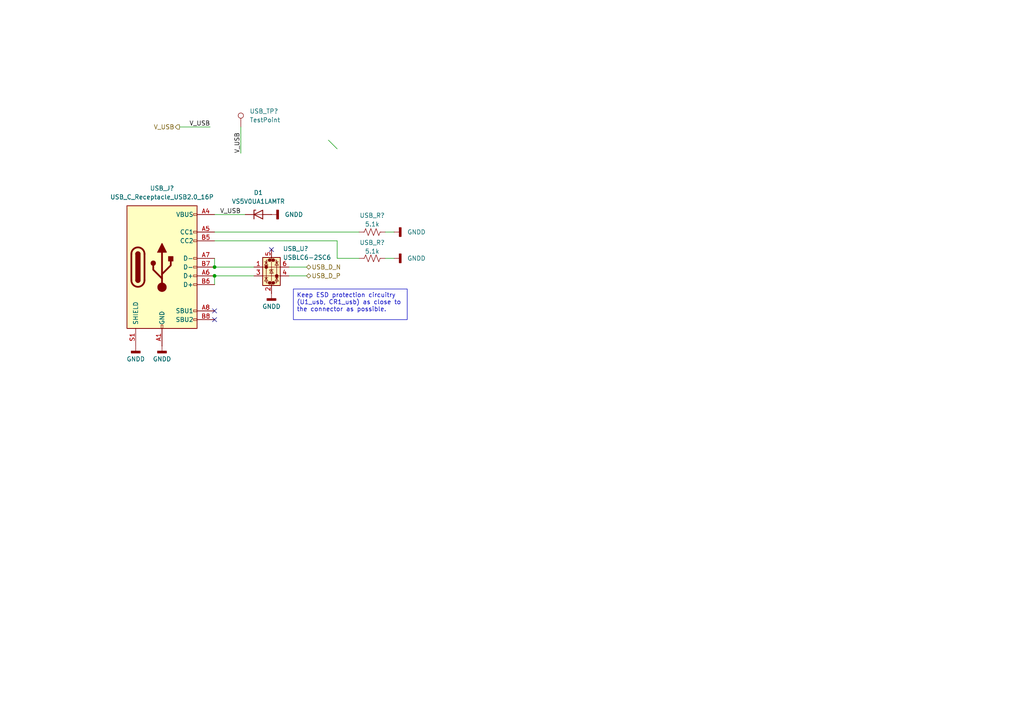
<source format=kicad_sch>
(kicad_sch (version 20250114) (generator "eeschema") (generator_version "9.0")
  (paper "A4")
  (lib_symbols
    (symbol "Connector:TestPoint" (pin_numbers (hide yes)) (pin_names (offset 0.762) (hide yes))
      (property "Reference" "TP" (at 0 6.858 0))
      (property "Value" "TestPoint" (at 0 5.08 0))
      (symbol "TestPoint_0_1"
        (circle (center 0 3.302) (radius 0.762))
      )
      (symbol "TestPoint_1_1"
        (pin passive line (at 0 0 90) (length 2.54) (name "1") (number "1"))
      )
    )
    (symbol "Connector:USB_C_Receptacle_USB2.0_16P" (pin_names (offset 1.016))
      (property "Reference" "J" (at 0 22.225 0))
      (property "Value" "USB_C_Receptacle_USB2.0_16P" (at 0 19.685 0))
      (symbol "USB_C_Receptacle_USB2.0_16P_0_0"
        (rectangle (start -0.254 -17.78) (end 0.254 -16.764))
        (rectangle (start 10.16 15.494) (end 9.144 14.986))
        (rectangle (start 10.16 10.414) (end 9.144 9.906))
        (rectangle (start 10.16 7.874) (end 9.144 7.366))
        (rectangle (start 10.16 2.794) (end 9.144 2.286))
        (rectangle (start 10.16 0.254) (end 9.144 -0.254))
        (rectangle (start 10.16 -2.286) (end 9.144 -2.794))
        (rectangle (start 10.16 -4.826) (end 9.144 -5.334))
        (rectangle (start 10.16 -12.446) (end 9.144 -12.954))
        (rectangle (start 10.16 -14.986) (end 9.144 -15.494))
      )
      (symbol "USB_C_Receptacle_USB2.0_16P_0_1"
        (rectangle (start -10.16 17.78) (end 10.16 -17.78) (stroke (width 0.254)) (fill (type background)))
        (polyline (pts (xy -8.89 -3.81) (xy -8.89 3.81)) (stroke (width 0.508)))
        (rectangle (start -7.62 -3.81) (end -6.35 3.81) (stroke (width 0.254)) (fill (type outline)))
        (arc (start -7.62 3.81) (mid -6.985 4.4423) (end -6.35 3.81) (stroke (width 0.254)))
        (arc (start -7.62 3.81) (mid -6.985 4.4423) (end -6.35 3.81) (stroke (width 0.254)) (fill (type outline)))
        (arc (start -8.89 3.81) (mid -6.985 5.7067) (end -5.08 3.81) (stroke (width 0.508)))
        (arc (start -5.08 -3.81) (mid -6.985 -5.7067) (end -8.89 -3.81) (stroke (width 0.508)))
        (arc (start -6.35 -3.81) (mid -6.985 -4.4423) (end -7.62 -3.81) (stroke (width 0.254)))
        (arc (start -6.35 -3.81) (mid -6.985 -4.4423) (end -7.62 -3.81) (stroke (width 0.254)) (fill (type outline)))
        (polyline (pts (xy -5.08 3.81) (xy -5.08 -3.81)) (stroke (width 0.508)))
        (circle (center -2.54 1.143) (radius 0.635) (stroke (width 0.254)) (fill (type outline)))
        (polyline (pts (xy -1.27 4.318) (xy 0 6.858) (xy 1.27 4.318) (xy -1.27 4.318)) (stroke (width 0.254)) (fill (type outline)))
        (polyline (pts (xy 0 -2.032) (xy 2.54 0.508) (xy 2.54 1.778)) (stroke (width 0.508)))
        (polyline (pts (xy 0 -3.302) (xy -2.54 -0.762) (xy -2.54 0.508)) (stroke (width 0.508)))
        (polyline (pts (xy 0 -5.842) (xy 0 4.318)) (stroke (width 0.508)))
        (circle (center 0 -5.842) (radius 1.27) (fill (type outline)))
        (rectangle (start 1.905 1.778) (end 3.175 3.048) (stroke (width 0.254)) (fill (type outline)))
      )
      (symbol "USB_C_Receptacle_USB2.0_16P_1_1"
        (pin passive line (at -7.62 -22.86 90) (length 5.08) (name "SHIELD") (number "S1"))
        (pin passive line (at 0 -22.86 90) (length 5.08) (name "GND") (number "A1"))
        (pin passive line (at 0 -22.86 90) (length 5.08) (hide yes) (name "GND") (number "A12"))
        (pin passive line (at 0 -22.86 90) (length 5.08) (hide yes) (name "GND") (number "B1"))
        (pin passive line (at 0 -22.86 90) (length 5.08) (hide yes) (name "GND") (number "B12"))
        (pin passive line (at 15.24 15.24 180) (length 5.08) (name "VBUS") (number "A4"))
        (pin passive line (at 15.24 15.24 180) (length 5.08) (hide yes) (name "VBUS") (number "A9"))
        (pin passive line (at 15.24 15.24 180) (length 5.08) (hide yes) (name "VBUS") (number "B4"))
        (pin passive line (at 15.24 15.24 180) (length 5.08) (hide yes) (name "VBUS") (number "B9"))
        (pin bidirectional line (at 15.24 10.16 180) (length 5.08) (name "CC1") (number "A5"))
        (pin bidirectional line (at 15.24 7.62 180) (length 5.08) (name "CC2") (number "B5"))
        (pin bidirectional line (at 15.24 2.54 180) (length 5.08) (name "D-") (number "A7"))
        (pin bidirectional line (at 15.24 0 180) (length 5.08) (name "D-") (number "B7"))
        (pin bidirectional line (at 15.24 -2.54 180) (length 5.08) (name "D+") (number "A6"))
        (pin bidirectional line (at 15.24 -5.08 180) (length 5.08) (name "D+") (number "B6"))
        (pin bidirectional line (at 15.24 -12.7 180) (length 5.08) (name "SBU1") (number "A8"))
        (pin bidirectional line (at 15.24 -15.24 180) (length 5.08) (name "SBU2") (number "B8"))
      )
    )
    (symbol "Device:D_Zener" (pin_numbers (hide yes)) (pin_names (offset 1.016) (hide yes))
      (property "Reference" "D" (at 0 2.54 0))
      (property "Value" "D_Zener" (at 0 -2.54 0))
      (symbol "D_Zener_0_1"
        (polyline (pts (xy -1.27 -1.27) (xy -1.27 1.27) (xy -0.762 1.27)) (stroke (width 0.254)))
        (polyline (pts (xy 1.27 0) (xy -1.27 0)))
        (polyline (pts (xy 1.27 -1.27) (xy 1.27 1.27) (xy -1.27 0) (xy 1.27 -1.27)) (stroke (width 0.254)))
      )
      (symbol "D_Zener_1_1"
        (pin passive line (at -3.81 0 0) (length 2.54) (name "K") (number "1"))
        (pin passive line (at 3.81 0 180) (length 2.54) (name "A") (number "2"))
      )
    )
    (symbol "Device:R_US" (pin_numbers (hide yes)) (pin_names (offset 0))
      (property "Reference" "R" (at 2.54 0 90))
      (property "Value" "R_US" (at -2.54 0 90))
      (symbol "R_US_0_1"
        (polyline (pts (xy 0 2.286) (xy 0 2.54)))
        (polyline (pts (xy 0 2.286) (xy 1.016 1.905) (xy 0 1.524) (xy -1.016 1.143) (xy 0 0.762)))
        (polyline (pts (xy 0 0.762) (xy 1.016 0.381) (xy 0 0) (xy -1.016 -0.381) (xy 0 -0.762)))
        (polyline (pts (xy 0 -0.762) (xy 1.016 -1.143) (xy 0 -1.524) (xy -1.016 -1.905) (xy 0 -2.286)))
        (polyline (pts (xy 0 -2.286) (xy 0 -2.54)))
      )
      (symbol "R_US_1_1"
        (pin passive line (at 0 3.81 270) (length 1.27) (name "~") (number "1"))
        (pin passive line (at 0 -3.81 90) (length 1.27) (name "~") (number "2"))
      )
    )
    (symbol "Power_Protection:USBLC6-2SC6" (pin_names (hide yes))
      (property "Reference" "U" (at 0.635 5.715 0))
      (property "Value" "USBLC6-2SC6" (at 0.635 3.81 0))
      (symbol "USBLC6-2SC6_0_0"
        (circle (center -1.524 0) (radius 0.0001) (stroke (width 0.508)))
        (circle (center -0.508 2.032) (radius 0.0001) (stroke (width 0.508)))
        (circle (center -0.508 -4.572) (radius 0.0001) (stroke (width 0.508)))
        (circle (center 0.508 2.032) (radius 0.0001) (stroke (width 0.508)))
        (circle (center 0.508 -4.572) (radius 0.0001) (stroke (width 0.508)))
        (circle (center 1.524 -2.54) (radius 0.0001) (stroke (width 0.508)))
      )
      (symbol "USBLC6-2SC6_0_1"
        (polyline (pts (xy -2.54 0) (xy 2.54 0)))
        (polyline (pts (xy -2.54 -2.54) (xy 2.54 -2.54)))
        (polyline (pts (xy -2.032 0.508) (xy -1.016 0.508) (xy -1.524 1.524) (xy -2.032 0.508)))
        (polyline (pts (xy -2.032 -3.048) (xy -1.016 -3.048)))
        (polyline (pts (xy -1.016 1.524) (xy -2.032 1.524)))
        (polyline (pts (xy -1.016 -4.064) (xy -2.032 -4.064) (xy -1.524 -3.048) (xy -1.016 -4.064)))
        (polyline (pts (xy -0.508 -1.143) (xy -0.508 -0.762) (xy 0.508 -0.762)))
        (polyline (pts (xy 0 2.54) (xy -0.508 2.032) (xy 0.508 2.032) (xy 0 1.524) (xy 0 -4.064) (xy -0.508 -4.572) (xy 0.508 -4.572) (xy 0 -5.08)))
        (polyline (pts (xy 0.508 -1.778) (xy -0.508 -1.778) (xy 0 -0.762) (xy 0.508 -1.778)))
        (polyline (pts (xy 1.016 1.524) (xy 2.032 1.524)))
        (polyline (pts (xy 1.016 -3.048) (xy 2.032 -3.048)))
        (polyline (pts (xy 2.032 0.508) (xy 1.016 0.508) (xy 1.524 1.524) (xy 2.032 0.508)))
        (polyline (pts (xy 2.032 -4.064) (xy 1.016 -4.064) (xy 1.524 -3.048) (xy 2.032 -4.064)))
      )
      (symbol "USBLC6-2SC6_1_1"
        (rectangle (start -2.54 2.794) (end 2.54 -5.334) (stroke (width 0.254)) (fill (type background)))
        (polyline (pts (xy -0.508 2.032) (xy -1.524 2.032) (xy -1.524 -4.572) (xy -0.508 -4.572)))
        (polyline (pts (xy 0.508 -4.572) (xy 1.524 -4.572) (xy 1.524 2.032) (xy 0.508 2.032)))
        (pin passive line (at -5.08 0 0) (length 2.54) (name "I/O1") (number "1"))
        (pin passive line (at -5.08 -2.54 0) (length 2.54) (name "I/O2") (number "3"))
        (pin passive line (at 0 5.08 270) (length 2.54) (name "VBUS") (number "5"))
        (pin passive line (at 0 -7.62 90) (length 2.54) (name "GND") (number "2"))
        (pin passive line (at 5.08 0 180) (length 2.54) (name "I/O1") (number "6"))
        (pin passive line (at 5.08 -2.54 180) (length 2.54) (name "I/O2") (number "4"))
      )
    )
    (symbol "power:GNDD" (power) (pin_numbers (hide yes)) (pin_names (offset 0) (hide yes))
      (property "Value" "GNDD" (at 0 -3.175 0))
      (symbol "GNDD_0_1"
        (rectangle (start -1.27 -1.524) (end 1.27 -2.032) (stroke (width 0.254)) (fill (type outline)))
        (polyline (pts (xy 0 0) (xy 0 -1.524)))
      )
      (symbol "GNDD_1_1"
        (pin power_in line (at 0 0 270) (length 0) (name "~") (number "1"))
      )
    )
  )
  (text_box "Keep ESD protection circuitry (U1_usb, CR1_usb) as close to the connector as possible." (at 85.09 83.82 0) (size 33.02 8.89) (margins 0.9525 0.9525 0.9525 0.9525) (effects (font (size 1.27 1.27)) (justify left top)))
  (junction (at 62.23 77.47))
  (junction (at 62.23 80.01))
  (no_connect (at 78.74 72.39))
  (no_connect (at 62.23 90.17))
  (no_connect (at 62.23 92.71))
  (bus_entry (at 95.25 40.64) (size 2.54 2.54))
  (wire (pts (xy 62.23 62.23) (xy 71.12 62.23)))
  (wire (pts (xy 88.9 80.01) (xy 83.82 80.01)))
  (wire (pts (xy 60.96 36.83) (xy 52.07 36.83)))
  (wire (pts (xy 111.76 74.93) (xy 114.3 74.93)))
  (wire (pts (xy 88.9 77.47) (xy 83.82 77.47)))
  (wire (pts (xy 62.23 80.01) (xy 73.66 80.01)))
  (wire (pts (xy 97.79 69.85) (xy 97.79 74.93)))
  (wire (pts (xy 62.23 69.85) (xy 97.79 69.85)))
  (wire (pts (xy 62.23 74.93) (xy 62.23 77.47)))
  (wire (pts (xy 111.76 67.31) (xy 114.3 67.31)))
  (wire (pts (xy 62.23 82.55) (xy 62.23 80.01)))
  (wire (pts (xy 97.79 74.93) (xy 104.14 74.93)))
  (wire (pts (xy 62.23 67.31) (xy 104.14 67.31)))
  (wire (pts (xy 62.23 77.47) (xy 73.66 77.47)))
  (wire (pts (xy 69.85 44.45) (xy 69.85 36.83)))
  (label "V_USB" (at 69.85 44.45 90))
  (label "V_USB" (at 69.85 62.23 180))
  (label "V_USB" (at 60.96 36.83 180))
  (hierarchical_label "USB_D_N" (shape bidirectional) (at 88.9 77.47 0))
  (hierarchical_label "V_USB" (shape output) (at 52.07 36.83 180))
  (hierarchical_label "USB_D_P" (shape bidirectional) (at 88.9 80.01 0))
  (symbol (lib_id "Power_Protection:USBLC6-2SC6") (at 78.74 77.47 0) (unit 1)
    (property "Reference" "U1" (at 82.042 72.136 0) (effects (justify left)))
    (property "Value" "USBLC6-2SC6" (at 82.042 74.676 0) (effects (justify left)))
    (property "Footprint" "Package_TO_SOT_SMD:SOT-23-6" (effects (hide yes)))
    (property "Datasheet" "https://www.st.com/resource/en/datasheet/usblc6-2.pdf" (effects (hide yes)))
    (property "Description" "Very low capacitance ESD protection diode, 2 data-line, SOT-23-6" (effects (hide yes)))
    (instances (project "Radio-Module" (path "" (reference "USB_U?") (unit 1))) (project "Radio-Module" (path "" (reference "U1") (unit 1))) (project "Main-Module" (path "" (reference "USB_U1") (unit 1))))
  )
  (symbol (lib_id "Connector:USB_C_Receptacle_USB2.0_16P") (at 46.99 77.47 0) (unit 1)
    (property "Reference" "J1" (at 46.99 54.61 0))
    (property "Value" "USB_C_Receptacle_USB2.0_16P" (at 46.99 57.15 0))
    (property "Footprint" "Connector_USB:USB_C_Receptacle_GCT_USB4105-xx-A_16P_TopMnt_Horizontal" (effects (hide yes)))
    (property "Datasheet" "https://www.usb.org/sites/default/files/documents/usb_type-c.zip" (effects (hide yes)))
    (property "Description" "USB 2.0-only 16P Type-C Receptacle connector" (effects (hide yes)))
    (instances (project "Radio-Module" (path "" (reference "USB_J?") (unit 1))) (project "Radio-Module" (path "" (reference "J1") (unit 1))) (project "Main-Module" (path "" (reference "USB_J1") (unit 1))))
  )
  (symbol (lib_id "power:GNDD") (at 46.99 100.33 0) (unit 1)
    (property "Reference" "#PWR02" (effects (hide yes)))
    (property "Value" "GNDD" (at 46.99 104.14 0))
    (property "Description" "Power symbol creates a global label with name \"GNDD\" , digital ground" (effects (hide yes)))
    (instances (project "Radio-Module" (path "" (reference "#PWR?") (unit 1))) (project "Radio-Module" (path "" (reference "#PWR02") (unit 1))) (project "Main-Module" (path "" (reference "#PWR037") (unit 1))))
  )
  (symbol (lib_id "power:GNDD") (at 78.74 62.23 90) (unit 1)
    (property "Reference" "#PWR03" (effects (hide yes)))
    (property "Value" "GNDD" (at 82.55 62.2299 90) (effects (justify right)))
    (property "Description" "Power symbol creates a global label with name \"GNDD\" , digital ground" (effects (hide yes)))
    (instances (project "Radio-Module" (path "" (reference "#PWR?") (unit 1))) (project "Radio-Module" (path "" (reference "#PWR03") (unit 1))) (project "Main-Module" (path "" (reference "#PWR039") (unit 1))))
  )
  (symbol (lib_id "power:GNDD") (at 39.37 100.33 0) (unit 1)
    (property "Reference" "#PWR01" (effects (hide yes)))
    (property "Value" "GNDD" (at 39.37 104.14 0))
    (property "Description" "Power symbol creates a global label with name \"GNDD\" , digital ground" (effects (hide yes)))
    (instances (project "Radio-Module" (path "" (reference "#PWR?") (unit 1))) (project "Radio-Module" (path "" (reference "#PWR01") (unit 1))) (project "Main-Module" (path "" (reference "#PWR036") (unit 1))))
  )
  (symbol (lib_id "Device:D_Zener") (at 74.93 62.23 0) (unit 1)
    (property "Reference" "D1" (at 74.93 55.88 0))
    (property "Value" "VS5V0UA1LAMTR" (at 74.93 58.42 0))
    (property "Footprint" "Diode_SMD:D_SOD-128" (effects (hide yes)))
    (property "Datasheet" "https://fscdn.rohm.com/en/products/databook/datasheet/discrete/diode/zener/vs5v0ua1lamtr-e.pdf" (effects (hide yes)))
    (property "Description" "Zener diode" (effects (hide yes)))
  )
  (symbol (lib_id "Device:R_US") (at 107.95 74.93 90) (unit 1)
    (property "Reference" "R2" (at 107.95 70.358 90))
    (property "Value" "5.1k" (at 107.95 72.898 90))
    (property "Footprint" "Resistor_SMD:R_0603_1608Metric_Pad0.98x0.95mm_HandSolder" (effects (hide yes)))
    (property "Description" "Resistor, US symbol" (effects (hide yes)))
    (instances (project "Radio-Module" (path "" (reference "USB_R?") (unit 1))) (project "Radio-Module" (path "" (reference "R2") (unit 1))) (project "Main-Module" (path "" (reference "USB_R2") (unit 1))))
  )
  (symbol (lib_id "Device:R_US") (at 107.95 67.31 90) (unit 1)
    (property "Reference" "R1" (at 107.95 62.484 90))
    (property "Value" "5.1k" (at 107.95 65.024 90))
    (property "Footprint" "Resistor_SMD:R_0603_1608Metric_Pad0.98x0.95mm_HandSolder" (effects (hide yes)))
    (property "Description" "Resistor, US symbol" (effects (hide yes)))
    (instances (project "Radio-Module" (path "" (reference "USB_R?") (unit 1))) (project "Radio-Module" (path "" (reference "R1") (unit 1))) (project "Main-Module" (path "" (reference "USB_R1") (unit 1))))
  )
  (symbol (lib_id "power:GNDD") (at 114.3 74.93 90) (unit 1)
    (property "Reference" "#PWR06" (effects (hide yes)))
    (property "Value" "GNDD" (at 118.11 74.9299 90) (effects (justify right)))
    (property "Description" "Power symbol creates a global label with name \"GNDD\" , digital ground" (effects (hide yes)))
    (instances (project "Radio-Module" (path "" (reference "#PWR?") (unit 1))) (project "Radio-Module" (path "" (reference "#PWR06") (unit 1))) (project "Main-Module" (path "" (reference "#PWR041") (unit 1))))
  )
  (symbol (lib_id "power:GNDD") (at 78.74 85.09 0) (unit 1)
    (property "Reference" "#PWR04" (effects (hide yes)))
    (property "Value" "GNDD" (at 78.74 88.9 0))
    (property "Description" "Power symbol creates a global label with name \"GNDD\" , digital ground" (effects (hide yes)))
    (instances (project "Radio-Module" (path "" (reference "#PWR?") (unit 1))) (project "Radio-Module" (path "" (reference "#PWR04") (unit 1))) (project "Main-Module" (path "" (reference "#PWR038") (unit 1))))
  )
  (symbol (lib_id "power:GNDD") (at 114.3 67.31 90) (unit 1)
    (property "Reference" "#PWR05" (effects (hide yes)))
    (property "Value" "GNDD" (at 118.11 67.3099 90) (effects (justify right)))
    (property "Description" "Power symbol creates a global label with name \"GNDD\" , digital ground" (effects (hide yes)))
    (instances (project "Radio-Module" (path "" (reference "#PWR?") (unit 1))) (project "Radio-Module" (path "" (reference "#PWR05") (unit 1))) (project "Main-Module" (path "" (reference "#PWR040") (unit 1))))
  )
  (symbol (lib_id "Connector:TestPoint") (at 69.85 36.83 0) (unit 1)
    (property "Reference" "TP1" (at 72.39 32.2579 0) (effects (justify left)))
    (property "Value" "TestPoint" (at 72.39 34.7979 0) (effects (justify left)))
    (property "Footprint" "TestPoint:TestPoint_Loop_D2.60mm_Drill1.6mm_Beaded" (effects (hide yes)))
    (property "Description" "test point" (effects (hide yes)))
    (instances (project "Radio-Module" (path "" (reference "USB_TP?") (unit 1))) (project "Radio-Module" (path "" (reference "TP1") (unit 1))) (project "Main-Module" (path "" (reference "USB_TP1") (unit 1))))
  )
)
</source>
